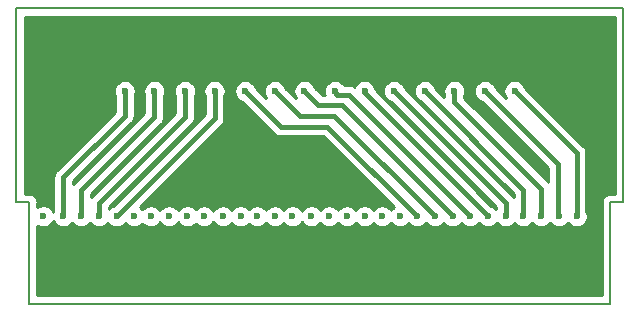
<source format=gbr>
G04 #@! TF.GenerationSoftware,KiCad,Pcbnew,5.1.6-c6e7f7d~86~ubuntu20.04.1*
G04 #@! TF.CreationDate,2020-05-17T16:02:51+03:00*
G04 #@! TF.ProjectId,GB-BRK-M-XS,47422d42-524b-42d4-9d2d-58532e6b6963,v1.0*
G04 #@! TF.SameCoordinates,Original*
G04 #@! TF.FileFunction,Copper,L2,Bot*
G04 #@! TF.FilePolarity,Positive*
%FSLAX46Y46*%
G04 Gerber Fmt 4.6, Leading zero omitted, Abs format (unit mm)*
G04 Created by KiCad (PCBNEW 5.1.6-c6e7f7d~86~ubuntu20.04.1) date 2020-05-17 16:02:51*
%MOMM*%
%LPD*%
G01*
G04 APERTURE LIST*
G04 #@! TA.AperFunction,Profile*
%ADD10C,0.150000*%
G04 #@! TD*
G04 #@! TA.AperFunction,ViaPad*
%ADD11C,0.600000*%
G04 #@! TD*
G04 #@! TA.AperFunction,ViaPad*
%ADD12C,1.000000*%
G04 #@! TD*
G04 #@! TA.AperFunction,Conductor*
%ADD13C,0.400000*%
G04 #@! TD*
G04 #@! TA.AperFunction,Conductor*
%ADD14C,0.254000*%
G04 #@! TD*
G04 APERTURE END LIST*
D10*
X74300000Y-75000000D02*
X125700000Y-75000000D01*
X74300000Y-91400000D02*
X74300000Y-75000000D01*
X75400000Y-91400000D02*
X74300000Y-91400000D01*
X75400000Y-100000000D02*
X75400000Y-91400000D01*
X125700000Y-91400000D02*
X125700000Y-75000000D01*
X124600000Y-91400000D02*
X125700000Y-91400000D01*
X124600000Y-100000000D02*
X124600000Y-91400000D01*
X75400000Y-100000000D02*
X124600000Y-100000000D01*
D11*
X76600000Y-92600000D03*
D12*
X78900000Y-76800000D03*
D11*
X123400000Y-92600000D03*
X86000000Y-82000000D03*
X79800000Y-92600000D03*
X88600000Y-82000000D03*
X81300000Y-92600000D03*
X91100000Y-82000000D03*
X82800000Y-92600000D03*
X114000000Y-82000000D03*
X120250000Y-92600000D03*
X84300000Y-92600000D03*
X83500000Y-82000000D03*
X78300000Y-92600000D03*
X85700000Y-92600000D03*
X87250000Y-92600000D03*
X88800000Y-92600000D03*
X90200000Y-92600000D03*
X93700000Y-82000000D03*
X108250000Y-92600000D03*
X91800000Y-92600000D03*
X96200000Y-82000000D03*
X109750000Y-92600000D03*
X93300000Y-92600000D03*
X98700000Y-82000000D03*
X111250000Y-92600000D03*
X94700000Y-92600000D03*
X101300000Y-82000000D03*
X112750000Y-92600000D03*
X96200000Y-92600000D03*
X103800000Y-82000000D03*
X114250000Y-92600000D03*
X97700000Y-92600000D03*
X106300000Y-82000000D03*
X115750000Y-92600000D03*
X99300000Y-92600000D03*
X108900000Y-82000000D03*
X117250000Y-92600000D03*
X100800000Y-92600000D03*
X111400000Y-82000000D03*
X118750000Y-92600000D03*
X102300000Y-92600000D03*
X103800000Y-92600000D03*
X116500000Y-82000000D03*
X121750000Y-92600000D03*
X105300000Y-92600000D03*
X106800000Y-92600000D03*
D13*
X79800000Y-92600000D02*
X79800000Y-90400000D01*
X79800000Y-90400000D02*
X86000000Y-84200000D01*
X86000000Y-84200000D02*
X86000000Y-82000000D01*
X81300000Y-92600000D02*
X81300000Y-91500000D01*
X81300000Y-91500000D02*
X88600000Y-84200000D01*
X88600000Y-84200000D02*
X88600000Y-82000000D01*
X82800000Y-92600000D02*
X91100000Y-84300000D01*
X91100000Y-84300000D02*
X91100000Y-82000000D01*
X120250000Y-92600000D02*
X120200000Y-92550000D01*
X120200000Y-92550000D02*
X120200000Y-88200000D01*
X120200000Y-88200000D02*
X114000000Y-82000000D01*
X78300000Y-92600000D02*
X78300000Y-89300000D01*
X78300000Y-89300000D02*
X83500000Y-84100000D01*
X83500000Y-84100000D02*
X83500000Y-82000000D01*
X108250000Y-92600000D02*
X100650000Y-85000000D01*
X100650000Y-85000000D02*
X96700000Y-85000000D01*
X96700000Y-85000000D02*
X93700000Y-82000000D01*
X109750000Y-92600000D02*
X101250000Y-84100000D01*
X101250000Y-84100000D02*
X98300000Y-84100000D01*
X98300000Y-84100000D02*
X96200000Y-82000000D01*
X111250000Y-92600000D02*
X101850000Y-83200000D01*
X101850000Y-83200000D02*
X99900000Y-83200000D01*
X99900000Y-83200000D02*
X98700000Y-82000000D01*
X112750000Y-92600000D02*
X102450000Y-82300000D01*
X102450000Y-82300000D02*
X101500000Y-82300000D01*
X101500000Y-82300000D02*
X101300000Y-82100000D01*
X101300000Y-82100000D02*
X101300000Y-82000000D01*
X114250000Y-92600000D02*
X103800000Y-82150000D01*
X103800000Y-82150000D02*
X103800000Y-82000000D01*
X115750000Y-92600000D02*
X115750000Y-91450000D01*
X115750000Y-91450000D02*
X106300000Y-82000000D01*
X117250000Y-92600000D02*
X117250000Y-90350000D01*
X117250000Y-90350000D02*
X108900000Y-82000000D01*
X118750000Y-92600000D02*
X118750000Y-90250000D01*
X118750000Y-90250000D02*
X111400000Y-82900000D01*
X111400000Y-82900000D02*
X111400000Y-82000000D01*
X121750000Y-92600000D02*
X121750000Y-87250000D01*
X121750000Y-87250000D02*
X116500000Y-82000000D01*
D14*
G36*
X124990000Y-90690000D02*
G01*
X124634877Y-90690000D01*
X124600000Y-90686565D01*
X124565123Y-90690000D01*
X124460816Y-90700273D01*
X124326980Y-90740872D01*
X124203637Y-90806800D01*
X124095525Y-90895525D01*
X124006800Y-91003637D01*
X123940872Y-91126980D01*
X123900273Y-91260816D01*
X123886565Y-91400000D01*
X123890001Y-91434887D01*
X123890000Y-99290000D01*
X76110000Y-99290000D01*
X76110000Y-93397108D01*
X76157111Y-93428586D01*
X76327271Y-93499068D01*
X76507911Y-93535000D01*
X76692089Y-93535000D01*
X76872729Y-93499068D01*
X77042889Y-93428586D01*
X77196028Y-93326262D01*
X77326262Y-93196028D01*
X77428586Y-93042889D01*
X77450000Y-92991191D01*
X77471414Y-93042889D01*
X77573738Y-93196028D01*
X77703972Y-93326262D01*
X77857111Y-93428586D01*
X78027271Y-93499068D01*
X78207911Y-93535000D01*
X78392089Y-93535000D01*
X78572729Y-93499068D01*
X78742889Y-93428586D01*
X78896028Y-93326262D01*
X79026262Y-93196028D01*
X79050000Y-93160502D01*
X79073738Y-93196028D01*
X79203972Y-93326262D01*
X79357111Y-93428586D01*
X79527271Y-93499068D01*
X79707911Y-93535000D01*
X79892089Y-93535000D01*
X80072729Y-93499068D01*
X80242889Y-93428586D01*
X80396028Y-93326262D01*
X80526262Y-93196028D01*
X80550000Y-93160502D01*
X80573738Y-93196028D01*
X80703972Y-93326262D01*
X80857111Y-93428586D01*
X81027271Y-93499068D01*
X81207911Y-93535000D01*
X81392089Y-93535000D01*
X81572729Y-93499068D01*
X81742889Y-93428586D01*
X81896028Y-93326262D01*
X82026262Y-93196028D01*
X82050000Y-93160502D01*
X82073738Y-93196028D01*
X82203972Y-93326262D01*
X82357111Y-93428586D01*
X82527271Y-93499068D01*
X82707911Y-93535000D01*
X82892089Y-93535000D01*
X83072729Y-93499068D01*
X83242889Y-93428586D01*
X83396028Y-93326262D01*
X83526262Y-93196028D01*
X83550000Y-93160502D01*
X83573738Y-93196028D01*
X83703972Y-93326262D01*
X83857111Y-93428586D01*
X84027271Y-93499068D01*
X84207911Y-93535000D01*
X84392089Y-93535000D01*
X84572729Y-93499068D01*
X84742889Y-93428586D01*
X84896028Y-93326262D01*
X85000000Y-93222290D01*
X85103972Y-93326262D01*
X85257111Y-93428586D01*
X85427271Y-93499068D01*
X85607911Y-93535000D01*
X85792089Y-93535000D01*
X85972729Y-93499068D01*
X86142889Y-93428586D01*
X86296028Y-93326262D01*
X86426262Y-93196028D01*
X86475000Y-93123086D01*
X86523738Y-93196028D01*
X86653972Y-93326262D01*
X86807111Y-93428586D01*
X86977271Y-93499068D01*
X87157911Y-93535000D01*
X87342089Y-93535000D01*
X87522729Y-93499068D01*
X87692889Y-93428586D01*
X87846028Y-93326262D01*
X87976262Y-93196028D01*
X88025000Y-93123086D01*
X88073738Y-93196028D01*
X88203972Y-93326262D01*
X88357111Y-93428586D01*
X88527271Y-93499068D01*
X88707911Y-93535000D01*
X88892089Y-93535000D01*
X89072729Y-93499068D01*
X89242889Y-93428586D01*
X89396028Y-93326262D01*
X89500000Y-93222290D01*
X89603972Y-93326262D01*
X89757111Y-93428586D01*
X89927271Y-93499068D01*
X90107911Y-93535000D01*
X90292089Y-93535000D01*
X90472729Y-93499068D01*
X90642889Y-93428586D01*
X90796028Y-93326262D01*
X90926262Y-93196028D01*
X91000000Y-93085671D01*
X91073738Y-93196028D01*
X91203972Y-93326262D01*
X91357111Y-93428586D01*
X91527271Y-93499068D01*
X91707911Y-93535000D01*
X91892089Y-93535000D01*
X92072729Y-93499068D01*
X92242889Y-93428586D01*
X92396028Y-93326262D01*
X92526262Y-93196028D01*
X92550000Y-93160502D01*
X92573738Y-93196028D01*
X92703972Y-93326262D01*
X92857111Y-93428586D01*
X93027271Y-93499068D01*
X93207911Y-93535000D01*
X93392089Y-93535000D01*
X93572729Y-93499068D01*
X93742889Y-93428586D01*
X93896028Y-93326262D01*
X94000000Y-93222290D01*
X94103972Y-93326262D01*
X94257111Y-93428586D01*
X94427271Y-93499068D01*
X94607911Y-93535000D01*
X94792089Y-93535000D01*
X94972729Y-93499068D01*
X95142889Y-93428586D01*
X95296028Y-93326262D01*
X95426262Y-93196028D01*
X95450000Y-93160502D01*
X95473738Y-93196028D01*
X95603972Y-93326262D01*
X95757111Y-93428586D01*
X95927271Y-93499068D01*
X96107911Y-93535000D01*
X96292089Y-93535000D01*
X96472729Y-93499068D01*
X96642889Y-93428586D01*
X96796028Y-93326262D01*
X96926262Y-93196028D01*
X96950000Y-93160502D01*
X96973738Y-93196028D01*
X97103972Y-93326262D01*
X97257111Y-93428586D01*
X97427271Y-93499068D01*
X97607911Y-93535000D01*
X97792089Y-93535000D01*
X97972729Y-93499068D01*
X98142889Y-93428586D01*
X98296028Y-93326262D01*
X98426262Y-93196028D01*
X98500000Y-93085671D01*
X98573738Y-93196028D01*
X98703972Y-93326262D01*
X98857111Y-93428586D01*
X99027271Y-93499068D01*
X99207911Y-93535000D01*
X99392089Y-93535000D01*
X99572729Y-93499068D01*
X99742889Y-93428586D01*
X99896028Y-93326262D01*
X100026262Y-93196028D01*
X100050000Y-93160502D01*
X100073738Y-93196028D01*
X100203972Y-93326262D01*
X100357111Y-93428586D01*
X100527271Y-93499068D01*
X100707911Y-93535000D01*
X100892089Y-93535000D01*
X101072729Y-93499068D01*
X101242889Y-93428586D01*
X101396028Y-93326262D01*
X101526262Y-93196028D01*
X101550000Y-93160502D01*
X101573738Y-93196028D01*
X101703972Y-93326262D01*
X101857111Y-93428586D01*
X102027271Y-93499068D01*
X102207911Y-93535000D01*
X102392089Y-93535000D01*
X102572729Y-93499068D01*
X102742889Y-93428586D01*
X102896028Y-93326262D01*
X103026262Y-93196028D01*
X103050000Y-93160502D01*
X103073738Y-93196028D01*
X103203972Y-93326262D01*
X103357111Y-93428586D01*
X103527271Y-93499068D01*
X103707911Y-93535000D01*
X103892089Y-93535000D01*
X104072729Y-93499068D01*
X104242889Y-93428586D01*
X104396028Y-93326262D01*
X104526262Y-93196028D01*
X104550000Y-93160502D01*
X104573738Y-93196028D01*
X104703972Y-93326262D01*
X104857111Y-93428586D01*
X105027271Y-93499068D01*
X105207911Y-93535000D01*
X105392089Y-93535000D01*
X105572729Y-93499068D01*
X105742889Y-93428586D01*
X105896028Y-93326262D01*
X106026262Y-93196028D01*
X106050000Y-93160502D01*
X106073738Y-93196028D01*
X106203972Y-93326262D01*
X106357111Y-93428586D01*
X106527271Y-93499068D01*
X106707911Y-93535000D01*
X106892089Y-93535000D01*
X107072729Y-93499068D01*
X107242889Y-93428586D01*
X107396028Y-93326262D01*
X107525000Y-93197290D01*
X107653972Y-93326262D01*
X107807111Y-93428586D01*
X107977271Y-93499068D01*
X108157911Y-93535000D01*
X108342089Y-93535000D01*
X108522729Y-93499068D01*
X108692889Y-93428586D01*
X108846028Y-93326262D01*
X108976262Y-93196028D01*
X109000000Y-93160502D01*
X109023738Y-93196028D01*
X109153972Y-93326262D01*
X109307111Y-93428586D01*
X109477271Y-93499068D01*
X109657911Y-93535000D01*
X109842089Y-93535000D01*
X110022729Y-93499068D01*
X110192889Y-93428586D01*
X110346028Y-93326262D01*
X110476262Y-93196028D01*
X110500000Y-93160502D01*
X110523738Y-93196028D01*
X110653972Y-93326262D01*
X110807111Y-93428586D01*
X110977271Y-93499068D01*
X111157911Y-93535000D01*
X111342089Y-93535000D01*
X111522729Y-93499068D01*
X111692889Y-93428586D01*
X111846028Y-93326262D01*
X111976262Y-93196028D01*
X112000000Y-93160502D01*
X112023738Y-93196028D01*
X112153972Y-93326262D01*
X112307111Y-93428586D01*
X112477271Y-93499068D01*
X112657911Y-93535000D01*
X112842089Y-93535000D01*
X113022729Y-93499068D01*
X113192889Y-93428586D01*
X113346028Y-93326262D01*
X113476262Y-93196028D01*
X113500000Y-93160502D01*
X113523738Y-93196028D01*
X113653972Y-93326262D01*
X113807111Y-93428586D01*
X113977271Y-93499068D01*
X114157911Y-93535000D01*
X114342089Y-93535000D01*
X114522729Y-93499068D01*
X114692889Y-93428586D01*
X114846028Y-93326262D01*
X114976262Y-93196028D01*
X115000000Y-93160502D01*
X115023738Y-93196028D01*
X115153972Y-93326262D01*
X115307111Y-93428586D01*
X115477271Y-93499068D01*
X115657911Y-93535000D01*
X115842089Y-93535000D01*
X116022729Y-93499068D01*
X116192889Y-93428586D01*
X116346028Y-93326262D01*
X116476262Y-93196028D01*
X116500000Y-93160502D01*
X116523738Y-93196028D01*
X116653972Y-93326262D01*
X116807111Y-93428586D01*
X116977271Y-93499068D01*
X117157911Y-93535000D01*
X117342089Y-93535000D01*
X117522729Y-93499068D01*
X117692889Y-93428586D01*
X117846028Y-93326262D01*
X117976262Y-93196028D01*
X118000000Y-93160502D01*
X118023738Y-93196028D01*
X118153972Y-93326262D01*
X118307111Y-93428586D01*
X118477271Y-93499068D01*
X118657911Y-93535000D01*
X118842089Y-93535000D01*
X119022729Y-93499068D01*
X119192889Y-93428586D01*
X119346028Y-93326262D01*
X119476262Y-93196028D01*
X119500000Y-93160502D01*
X119523738Y-93196028D01*
X119653972Y-93326262D01*
X119807111Y-93428586D01*
X119977271Y-93499068D01*
X120157911Y-93535000D01*
X120342089Y-93535000D01*
X120522729Y-93499068D01*
X120692889Y-93428586D01*
X120846028Y-93326262D01*
X120976262Y-93196028D01*
X121000000Y-93160502D01*
X121023738Y-93196028D01*
X121153972Y-93326262D01*
X121307111Y-93428586D01*
X121477271Y-93499068D01*
X121657911Y-93535000D01*
X121842089Y-93535000D01*
X122022729Y-93499068D01*
X122192889Y-93428586D01*
X122346028Y-93326262D01*
X122476262Y-93196028D01*
X122578586Y-93042889D01*
X122649068Y-92872729D01*
X122685000Y-92692089D01*
X122685000Y-92507911D01*
X122649068Y-92327271D01*
X122585000Y-92172596D01*
X122585000Y-87291018D01*
X122589040Y-87249999D01*
X122572918Y-87086311D01*
X122525172Y-86928913D01*
X122447636Y-86783854D01*
X122343291Y-86656709D01*
X122311427Y-86630559D01*
X117392655Y-81711788D01*
X117328586Y-81557111D01*
X117226262Y-81403972D01*
X117096028Y-81273738D01*
X116942889Y-81171414D01*
X116772729Y-81100932D01*
X116592089Y-81065000D01*
X116407911Y-81065000D01*
X116227271Y-81100932D01*
X116057111Y-81171414D01*
X115903972Y-81273738D01*
X115773738Y-81403972D01*
X115671414Y-81557111D01*
X115600932Y-81727271D01*
X115565000Y-81907911D01*
X115565000Y-82092089D01*
X115600932Y-82272729D01*
X115671414Y-82442889D01*
X115767379Y-82586512D01*
X114892655Y-81711788D01*
X114828586Y-81557111D01*
X114726262Y-81403972D01*
X114596028Y-81273738D01*
X114442889Y-81171414D01*
X114272729Y-81100932D01*
X114092089Y-81065000D01*
X113907911Y-81065000D01*
X113727271Y-81100932D01*
X113557111Y-81171414D01*
X113403972Y-81273738D01*
X113273738Y-81403972D01*
X113171414Y-81557111D01*
X113100932Y-81727271D01*
X113065000Y-81907911D01*
X113065000Y-82092089D01*
X113100932Y-82272729D01*
X113171414Y-82442889D01*
X113273738Y-82596028D01*
X113403972Y-82726262D01*
X113557111Y-82828586D01*
X113711788Y-82892655D01*
X119365001Y-88545869D01*
X119365001Y-89683162D01*
X119343291Y-89656709D01*
X119311432Y-89630563D01*
X112235000Y-82554133D01*
X112235000Y-82427404D01*
X112299068Y-82272729D01*
X112335000Y-82092089D01*
X112335000Y-81907911D01*
X112299068Y-81727271D01*
X112228586Y-81557111D01*
X112126262Y-81403972D01*
X111996028Y-81273738D01*
X111842889Y-81171414D01*
X111672729Y-81100932D01*
X111492089Y-81065000D01*
X111307911Y-81065000D01*
X111127271Y-81100932D01*
X110957111Y-81171414D01*
X110803972Y-81273738D01*
X110673738Y-81403972D01*
X110571414Y-81557111D01*
X110500932Y-81727271D01*
X110465000Y-81907911D01*
X110465000Y-82092089D01*
X110500932Y-82272729D01*
X110565000Y-82427404D01*
X110565000Y-82484133D01*
X109792655Y-81711788D01*
X109728586Y-81557111D01*
X109626262Y-81403972D01*
X109496028Y-81273738D01*
X109342889Y-81171414D01*
X109172729Y-81100932D01*
X108992089Y-81065000D01*
X108807911Y-81065000D01*
X108627271Y-81100932D01*
X108457111Y-81171414D01*
X108303972Y-81273738D01*
X108173738Y-81403972D01*
X108071414Y-81557111D01*
X108000932Y-81727271D01*
X107965000Y-81907911D01*
X107965000Y-82092089D01*
X108000932Y-82272729D01*
X108071414Y-82442889D01*
X108173738Y-82596028D01*
X108303972Y-82726262D01*
X108457111Y-82828586D01*
X108611788Y-82892655D01*
X116415001Y-90695869D01*
X116415001Y-90944088D01*
X116343291Y-90856709D01*
X116311427Y-90830559D01*
X107192655Y-81711788D01*
X107128586Y-81557111D01*
X107026262Y-81403972D01*
X106896028Y-81273738D01*
X106742889Y-81171414D01*
X106572729Y-81100932D01*
X106392089Y-81065000D01*
X106207911Y-81065000D01*
X106027271Y-81100932D01*
X105857111Y-81171414D01*
X105703972Y-81273738D01*
X105573738Y-81403972D01*
X105471414Y-81557111D01*
X105400932Y-81727271D01*
X105365000Y-81907911D01*
X105365000Y-82092089D01*
X105400932Y-82272729D01*
X105471414Y-82442889D01*
X105573738Y-82596028D01*
X105703972Y-82726262D01*
X105857111Y-82828586D01*
X106011788Y-82892655D01*
X114915001Y-91795869D01*
X114915001Y-91942711D01*
X114846028Y-91873738D01*
X114692889Y-91771414D01*
X114538216Y-91707347D01*
X104734062Y-81903195D01*
X104699068Y-81727271D01*
X104628586Y-81557111D01*
X104526262Y-81403972D01*
X104396028Y-81273738D01*
X104242889Y-81171414D01*
X104072729Y-81100932D01*
X103892089Y-81065000D01*
X103707911Y-81065000D01*
X103527271Y-81100932D01*
X103357111Y-81171414D01*
X103203972Y-81273738D01*
X103073738Y-81403972D01*
X102971414Y-81557111D01*
X102943404Y-81624734D01*
X102916146Y-81602364D01*
X102771087Y-81524828D01*
X102613689Y-81477082D01*
X102491019Y-81465000D01*
X102491018Y-81465000D01*
X102450000Y-81460960D01*
X102408982Y-81465000D01*
X102067040Y-81465000D01*
X102026262Y-81403972D01*
X101896028Y-81273738D01*
X101742889Y-81171414D01*
X101572729Y-81100932D01*
X101392089Y-81065000D01*
X101207911Y-81065000D01*
X101027271Y-81100932D01*
X100857111Y-81171414D01*
X100703972Y-81273738D01*
X100573738Y-81403972D01*
X100471414Y-81557111D01*
X100400932Y-81727271D01*
X100365000Y-81907911D01*
X100365000Y-82092089D01*
X100400932Y-82272729D01*
X100439152Y-82365000D01*
X100245868Y-82365000D01*
X99592654Y-81711787D01*
X99528586Y-81557111D01*
X99426262Y-81403972D01*
X99296028Y-81273738D01*
X99142889Y-81171414D01*
X98972729Y-81100932D01*
X98792089Y-81065000D01*
X98607911Y-81065000D01*
X98427271Y-81100932D01*
X98257111Y-81171414D01*
X98103972Y-81273738D01*
X97973738Y-81403972D01*
X97871414Y-81557111D01*
X97800932Y-81727271D01*
X97765000Y-81907911D01*
X97765000Y-82092089D01*
X97800932Y-82272729D01*
X97871414Y-82442889D01*
X97967380Y-82586512D01*
X97092655Y-81711787D01*
X97028586Y-81557111D01*
X96926262Y-81403972D01*
X96796028Y-81273738D01*
X96642889Y-81171414D01*
X96472729Y-81100932D01*
X96292089Y-81065000D01*
X96107911Y-81065000D01*
X95927271Y-81100932D01*
X95757111Y-81171414D01*
X95603972Y-81273738D01*
X95473738Y-81403972D01*
X95371414Y-81557111D01*
X95300932Y-81727271D01*
X95265000Y-81907911D01*
X95265000Y-82092089D01*
X95300932Y-82272729D01*
X95371414Y-82442889D01*
X95467379Y-82586512D01*
X94592654Y-81711787D01*
X94528586Y-81557111D01*
X94426262Y-81403972D01*
X94296028Y-81273738D01*
X94142889Y-81171414D01*
X93972729Y-81100932D01*
X93792089Y-81065000D01*
X93607911Y-81065000D01*
X93427271Y-81100932D01*
X93257111Y-81171414D01*
X93103972Y-81273738D01*
X92973738Y-81403972D01*
X92871414Y-81557111D01*
X92800932Y-81727271D01*
X92765000Y-81907911D01*
X92765000Y-82092089D01*
X92800932Y-82272729D01*
X92871414Y-82442889D01*
X92973738Y-82596028D01*
X93103972Y-82726262D01*
X93257111Y-82828586D01*
X93411787Y-82892654D01*
X96080563Y-85561432D01*
X96106709Y-85593291D01*
X96233854Y-85697636D01*
X96378913Y-85775172D01*
X96536311Y-85822918D01*
X96658981Y-85835000D01*
X96658982Y-85835000D01*
X96700000Y-85839040D01*
X96741018Y-85835000D01*
X100304133Y-85835000D01*
X106287235Y-91818103D01*
X106203972Y-91873738D01*
X106073738Y-92003972D01*
X106050000Y-92039498D01*
X106026262Y-92003972D01*
X105896028Y-91873738D01*
X105742889Y-91771414D01*
X105572729Y-91700932D01*
X105392089Y-91665000D01*
X105207911Y-91665000D01*
X105027271Y-91700932D01*
X104857111Y-91771414D01*
X104703972Y-91873738D01*
X104573738Y-92003972D01*
X104550000Y-92039498D01*
X104526262Y-92003972D01*
X104396028Y-91873738D01*
X104242889Y-91771414D01*
X104072729Y-91700932D01*
X103892089Y-91665000D01*
X103707911Y-91665000D01*
X103527271Y-91700932D01*
X103357111Y-91771414D01*
X103203972Y-91873738D01*
X103073738Y-92003972D01*
X103050000Y-92039498D01*
X103026262Y-92003972D01*
X102896028Y-91873738D01*
X102742889Y-91771414D01*
X102572729Y-91700932D01*
X102392089Y-91665000D01*
X102207911Y-91665000D01*
X102027271Y-91700932D01*
X101857111Y-91771414D01*
X101703972Y-91873738D01*
X101573738Y-92003972D01*
X101550000Y-92039498D01*
X101526262Y-92003972D01*
X101396028Y-91873738D01*
X101242889Y-91771414D01*
X101072729Y-91700932D01*
X100892089Y-91665000D01*
X100707911Y-91665000D01*
X100527271Y-91700932D01*
X100357111Y-91771414D01*
X100203972Y-91873738D01*
X100073738Y-92003972D01*
X100050000Y-92039498D01*
X100026262Y-92003972D01*
X99896028Y-91873738D01*
X99742889Y-91771414D01*
X99572729Y-91700932D01*
X99392089Y-91665000D01*
X99207911Y-91665000D01*
X99027271Y-91700932D01*
X98857111Y-91771414D01*
X98703972Y-91873738D01*
X98573738Y-92003972D01*
X98500000Y-92114329D01*
X98426262Y-92003972D01*
X98296028Y-91873738D01*
X98142889Y-91771414D01*
X97972729Y-91700932D01*
X97792089Y-91665000D01*
X97607911Y-91665000D01*
X97427271Y-91700932D01*
X97257111Y-91771414D01*
X97103972Y-91873738D01*
X96973738Y-92003972D01*
X96950000Y-92039498D01*
X96926262Y-92003972D01*
X96796028Y-91873738D01*
X96642889Y-91771414D01*
X96472729Y-91700932D01*
X96292089Y-91665000D01*
X96107911Y-91665000D01*
X95927271Y-91700932D01*
X95757111Y-91771414D01*
X95603972Y-91873738D01*
X95473738Y-92003972D01*
X95450000Y-92039498D01*
X95426262Y-92003972D01*
X95296028Y-91873738D01*
X95142889Y-91771414D01*
X94972729Y-91700932D01*
X94792089Y-91665000D01*
X94607911Y-91665000D01*
X94427271Y-91700932D01*
X94257111Y-91771414D01*
X94103972Y-91873738D01*
X94000000Y-91977710D01*
X93896028Y-91873738D01*
X93742889Y-91771414D01*
X93572729Y-91700932D01*
X93392089Y-91665000D01*
X93207911Y-91665000D01*
X93027271Y-91700932D01*
X92857111Y-91771414D01*
X92703972Y-91873738D01*
X92573738Y-92003972D01*
X92550000Y-92039498D01*
X92526262Y-92003972D01*
X92396028Y-91873738D01*
X92242889Y-91771414D01*
X92072729Y-91700932D01*
X91892089Y-91665000D01*
X91707911Y-91665000D01*
X91527271Y-91700932D01*
X91357111Y-91771414D01*
X91203972Y-91873738D01*
X91073738Y-92003972D01*
X91000000Y-92114329D01*
X90926262Y-92003972D01*
X90796028Y-91873738D01*
X90642889Y-91771414D01*
X90472729Y-91700932D01*
X90292089Y-91665000D01*
X90107911Y-91665000D01*
X89927271Y-91700932D01*
X89757111Y-91771414D01*
X89603972Y-91873738D01*
X89500000Y-91977710D01*
X89396028Y-91873738D01*
X89242889Y-91771414D01*
X89072729Y-91700932D01*
X88892089Y-91665000D01*
X88707911Y-91665000D01*
X88527271Y-91700932D01*
X88357111Y-91771414D01*
X88203972Y-91873738D01*
X88073738Y-92003972D01*
X88025000Y-92076914D01*
X87976262Y-92003972D01*
X87846028Y-91873738D01*
X87692889Y-91771414D01*
X87522729Y-91700932D01*
X87342089Y-91665000D01*
X87157911Y-91665000D01*
X86977271Y-91700932D01*
X86807111Y-91771414D01*
X86653972Y-91873738D01*
X86523738Y-92003972D01*
X86475000Y-92076914D01*
X86426262Y-92003972D01*
X86296028Y-91873738D01*
X86142889Y-91771414D01*
X85972729Y-91700932D01*
X85792089Y-91665000D01*
X85607911Y-91665000D01*
X85427271Y-91700932D01*
X85257111Y-91771414D01*
X85103972Y-91873738D01*
X85000000Y-91977710D01*
X84896028Y-91873738D01*
X84782791Y-91798076D01*
X91661433Y-84919436D01*
X91693291Y-84893291D01*
X91797636Y-84766146D01*
X91875172Y-84621087D01*
X91922918Y-84463689D01*
X91935000Y-84341019D01*
X91935000Y-84341018D01*
X91939040Y-84300000D01*
X91935000Y-84258982D01*
X91935000Y-82427404D01*
X91999068Y-82272729D01*
X92035000Y-82092089D01*
X92035000Y-81907911D01*
X91999068Y-81727271D01*
X91928586Y-81557111D01*
X91826262Y-81403972D01*
X91696028Y-81273738D01*
X91542889Y-81171414D01*
X91372729Y-81100932D01*
X91192089Y-81065000D01*
X91007911Y-81065000D01*
X90827271Y-81100932D01*
X90657111Y-81171414D01*
X90503972Y-81273738D01*
X90373738Y-81403972D01*
X90271414Y-81557111D01*
X90200932Y-81727271D01*
X90165000Y-81907911D01*
X90165000Y-82092089D01*
X90200932Y-82272729D01*
X90265001Y-82427406D01*
X90265000Y-83954131D01*
X82511787Y-91707345D01*
X82357111Y-91771414D01*
X82203972Y-91873738D01*
X82135000Y-91942710D01*
X82135000Y-91845867D01*
X89161428Y-84819440D01*
X89193291Y-84793291D01*
X89297636Y-84666146D01*
X89375172Y-84521087D01*
X89422918Y-84363689D01*
X89435000Y-84241019D01*
X89435000Y-84241018D01*
X89439040Y-84200001D01*
X89435000Y-84158982D01*
X89435000Y-82427404D01*
X89499068Y-82272729D01*
X89535000Y-82092089D01*
X89535000Y-81907911D01*
X89499068Y-81727271D01*
X89428586Y-81557111D01*
X89326262Y-81403972D01*
X89196028Y-81273738D01*
X89042889Y-81171414D01*
X88872729Y-81100932D01*
X88692089Y-81065000D01*
X88507911Y-81065000D01*
X88327271Y-81100932D01*
X88157111Y-81171414D01*
X88003972Y-81273738D01*
X87873738Y-81403972D01*
X87771414Y-81557111D01*
X87700932Y-81727271D01*
X87665000Y-81907911D01*
X87665000Y-82092089D01*
X87700932Y-82272729D01*
X87765001Y-82427406D01*
X87765000Y-83854132D01*
X80738574Y-90880559D01*
X80706710Y-90906709D01*
X80655230Y-90969438D01*
X80635000Y-90994088D01*
X80635000Y-90745867D01*
X86561428Y-84819440D01*
X86593291Y-84793291D01*
X86697636Y-84666146D01*
X86775172Y-84521087D01*
X86822918Y-84363689D01*
X86835000Y-84241019D01*
X86835000Y-84241018D01*
X86839040Y-84200001D01*
X86835000Y-84158982D01*
X86835000Y-82427404D01*
X86899068Y-82272729D01*
X86935000Y-82092089D01*
X86935000Y-81907911D01*
X86899068Y-81727271D01*
X86828586Y-81557111D01*
X86726262Y-81403972D01*
X86596028Y-81273738D01*
X86442889Y-81171414D01*
X86272729Y-81100932D01*
X86092089Y-81065000D01*
X85907911Y-81065000D01*
X85727271Y-81100932D01*
X85557111Y-81171414D01*
X85403972Y-81273738D01*
X85273738Y-81403972D01*
X85171414Y-81557111D01*
X85100932Y-81727271D01*
X85065000Y-81907911D01*
X85065000Y-82092089D01*
X85100932Y-82272729D01*
X85165001Y-82427406D01*
X85165000Y-83854132D01*
X79238574Y-89780559D01*
X79206710Y-89806709D01*
X79180562Y-89838571D01*
X79135000Y-89894088D01*
X79135000Y-89645867D01*
X84061433Y-84719436D01*
X84093291Y-84693291D01*
X84119440Y-84661429D01*
X84152548Y-84621086D01*
X84197636Y-84566146D01*
X84275172Y-84421087D01*
X84322918Y-84263689D01*
X84335000Y-84141019D01*
X84335000Y-84141018D01*
X84339040Y-84100000D01*
X84335000Y-84058982D01*
X84335000Y-82427404D01*
X84399068Y-82272729D01*
X84435000Y-82092089D01*
X84435000Y-81907911D01*
X84399068Y-81727271D01*
X84328586Y-81557111D01*
X84226262Y-81403972D01*
X84096028Y-81273738D01*
X83942889Y-81171414D01*
X83772729Y-81100932D01*
X83592089Y-81065000D01*
X83407911Y-81065000D01*
X83227271Y-81100932D01*
X83057111Y-81171414D01*
X82903972Y-81273738D01*
X82773738Y-81403972D01*
X82671414Y-81557111D01*
X82600932Y-81727271D01*
X82565000Y-81907911D01*
X82565000Y-82092089D01*
X82600932Y-82272729D01*
X82665001Y-82427406D01*
X82665000Y-83754131D01*
X77738574Y-88680559D01*
X77706710Y-88706709D01*
X77680562Y-88738571D01*
X77602364Y-88833855D01*
X77524828Y-88978914D01*
X77477082Y-89136312D01*
X77460960Y-89300000D01*
X77465001Y-89341028D01*
X77465000Y-92172596D01*
X77450000Y-92208809D01*
X77428586Y-92157111D01*
X77326262Y-92003972D01*
X77196028Y-91873738D01*
X77042889Y-91771414D01*
X76872729Y-91700932D01*
X76692089Y-91665000D01*
X76507911Y-91665000D01*
X76327271Y-91700932D01*
X76157111Y-91771414D01*
X76110000Y-91802892D01*
X76110000Y-91434876D01*
X76113435Y-91400000D01*
X76099727Y-91260816D01*
X76059128Y-91126980D01*
X75993200Y-91003637D01*
X75904475Y-90895525D01*
X75796363Y-90806800D01*
X75673020Y-90740872D01*
X75539184Y-90700273D01*
X75434877Y-90690000D01*
X75400000Y-90686565D01*
X75365123Y-90690000D01*
X75010000Y-90690000D01*
X75010000Y-75710000D01*
X124990001Y-75710000D01*
X124990000Y-90690000D01*
G37*
X124990000Y-90690000D02*
X124634877Y-90690000D01*
X124600000Y-90686565D01*
X124565123Y-90690000D01*
X124460816Y-90700273D01*
X124326980Y-90740872D01*
X124203637Y-90806800D01*
X124095525Y-90895525D01*
X124006800Y-91003637D01*
X123940872Y-91126980D01*
X123900273Y-91260816D01*
X123886565Y-91400000D01*
X123890001Y-91434887D01*
X123890000Y-99290000D01*
X76110000Y-99290000D01*
X76110000Y-93397108D01*
X76157111Y-93428586D01*
X76327271Y-93499068D01*
X76507911Y-93535000D01*
X76692089Y-93535000D01*
X76872729Y-93499068D01*
X77042889Y-93428586D01*
X77196028Y-93326262D01*
X77326262Y-93196028D01*
X77428586Y-93042889D01*
X77450000Y-92991191D01*
X77471414Y-93042889D01*
X77573738Y-93196028D01*
X77703972Y-93326262D01*
X77857111Y-93428586D01*
X78027271Y-93499068D01*
X78207911Y-93535000D01*
X78392089Y-93535000D01*
X78572729Y-93499068D01*
X78742889Y-93428586D01*
X78896028Y-93326262D01*
X79026262Y-93196028D01*
X79050000Y-93160502D01*
X79073738Y-93196028D01*
X79203972Y-93326262D01*
X79357111Y-93428586D01*
X79527271Y-93499068D01*
X79707911Y-93535000D01*
X79892089Y-93535000D01*
X80072729Y-93499068D01*
X80242889Y-93428586D01*
X80396028Y-93326262D01*
X80526262Y-93196028D01*
X80550000Y-93160502D01*
X80573738Y-93196028D01*
X80703972Y-93326262D01*
X80857111Y-93428586D01*
X81027271Y-93499068D01*
X81207911Y-93535000D01*
X81392089Y-93535000D01*
X81572729Y-93499068D01*
X81742889Y-93428586D01*
X81896028Y-93326262D01*
X82026262Y-93196028D01*
X82050000Y-93160502D01*
X82073738Y-93196028D01*
X82203972Y-93326262D01*
X82357111Y-93428586D01*
X82527271Y-93499068D01*
X82707911Y-93535000D01*
X82892089Y-93535000D01*
X83072729Y-93499068D01*
X83242889Y-93428586D01*
X83396028Y-93326262D01*
X83526262Y-93196028D01*
X83550000Y-93160502D01*
X83573738Y-93196028D01*
X83703972Y-93326262D01*
X83857111Y-93428586D01*
X84027271Y-93499068D01*
X84207911Y-93535000D01*
X84392089Y-93535000D01*
X84572729Y-93499068D01*
X84742889Y-93428586D01*
X84896028Y-93326262D01*
X85000000Y-93222290D01*
X85103972Y-93326262D01*
X85257111Y-93428586D01*
X85427271Y-93499068D01*
X85607911Y-93535000D01*
X85792089Y-93535000D01*
X85972729Y-93499068D01*
X86142889Y-93428586D01*
X86296028Y-93326262D01*
X86426262Y-93196028D01*
X86475000Y-93123086D01*
X86523738Y-93196028D01*
X86653972Y-93326262D01*
X86807111Y-93428586D01*
X86977271Y-93499068D01*
X87157911Y-93535000D01*
X87342089Y-93535000D01*
X87522729Y-93499068D01*
X87692889Y-93428586D01*
X87846028Y-93326262D01*
X87976262Y-93196028D01*
X88025000Y-93123086D01*
X88073738Y-93196028D01*
X88203972Y-93326262D01*
X88357111Y-93428586D01*
X88527271Y-93499068D01*
X88707911Y-93535000D01*
X88892089Y-93535000D01*
X89072729Y-93499068D01*
X89242889Y-93428586D01*
X89396028Y-93326262D01*
X89500000Y-93222290D01*
X89603972Y-93326262D01*
X89757111Y-93428586D01*
X89927271Y-93499068D01*
X90107911Y-93535000D01*
X90292089Y-93535000D01*
X90472729Y-93499068D01*
X90642889Y-93428586D01*
X90796028Y-93326262D01*
X90926262Y-93196028D01*
X91000000Y-93085671D01*
X91073738Y-93196028D01*
X91203972Y-93326262D01*
X91357111Y-93428586D01*
X91527271Y-93499068D01*
X91707911Y-93535000D01*
X91892089Y-93535000D01*
X92072729Y-93499068D01*
X92242889Y-93428586D01*
X92396028Y-93326262D01*
X92526262Y-93196028D01*
X92550000Y-93160502D01*
X92573738Y-93196028D01*
X92703972Y-93326262D01*
X92857111Y-93428586D01*
X93027271Y-93499068D01*
X93207911Y-93535000D01*
X93392089Y-93535000D01*
X93572729Y-93499068D01*
X93742889Y-93428586D01*
X93896028Y-93326262D01*
X94000000Y-93222290D01*
X94103972Y-93326262D01*
X94257111Y-93428586D01*
X94427271Y-93499068D01*
X94607911Y-93535000D01*
X94792089Y-93535000D01*
X94972729Y-93499068D01*
X95142889Y-93428586D01*
X95296028Y-93326262D01*
X95426262Y-93196028D01*
X95450000Y-93160502D01*
X95473738Y-93196028D01*
X95603972Y-93326262D01*
X95757111Y-93428586D01*
X95927271Y-93499068D01*
X96107911Y-93535000D01*
X96292089Y-93535000D01*
X96472729Y-93499068D01*
X96642889Y-93428586D01*
X96796028Y-93326262D01*
X96926262Y-93196028D01*
X96950000Y-93160502D01*
X96973738Y-93196028D01*
X97103972Y-93326262D01*
X97257111Y-93428586D01*
X97427271Y-93499068D01*
X97607911Y-93535000D01*
X97792089Y-93535000D01*
X97972729Y-93499068D01*
X98142889Y-93428586D01*
X98296028Y-93326262D01*
X98426262Y-93196028D01*
X98500000Y-93085671D01*
X98573738Y-93196028D01*
X98703972Y-93326262D01*
X98857111Y-93428586D01*
X99027271Y-93499068D01*
X99207911Y-93535000D01*
X99392089Y-93535000D01*
X99572729Y-93499068D01*
X99742889Y-93428586D01*
X99896028Y-93326262D01*
X100026262Y-93196028D01*
X100050000Y-93160502D01*
X100073738Y-93196028D01*
X100203972Y-93326262D01*
X100357111Y-93428586D01*
X100527271Y-93499068D01*
X100707911Y-93535000D01*
X100892089Y-93535000D01*
X101072729Y-93499068D01*
X101242889Y-93428586D01*
X101396028Y-93326262D01*
X101526262Y-93196028D01*
X101550000Y-93160502D01*
X101573738Y-93196028D01*
X101703972Y-93326262D01*
X101857111Y-93428586D01*
X102027271Y-93499068D01*
X102207911Y-93535000D01*
X102392089Y-93535000D01*
X102572729Y-93499068D01*
X102742889Y-93428586D01*
X102896028Y-93326262D01*
X103026262Y-93196028D01*
X103050000Y-93160502D01*
X103073738Y-93196028D01*
X103203972Y-93326262D01*
X103357111Y-93428586D01*
X103527271Y-93499068D01*
X103707911Y-93535000D01*
X103892089Y-93535000D01*
X104072729Y-93499068D01*
X104242889Y-93428586D01*
X104396028Y-93326262D01*
X104526262Y-93196028D01*
X104550000Y-93160502D01*
X104573738Y-93196028D01*
X104703972Y-93326262D01*
X104857111Y-93428586D01*
X105027271Y-93499068D01*
X105207911Y-93535000D01*
X105392089Y-93535000D01*
X105572729Y-93499068D01*
X105742889Y-93428586D01*
X105896028Y-93326262D01*
X106026262Y-93196028D01*
X106050000Y-93160502D01*
X106073738Y-93196028D01*
X106203972Y-93326262D01*
X106357111Y-93428586D01*
X106527271Y-93499068D01*
X106707911Y-93535000D01*
X106892089Y-93535000D01*
X107072729Y-93499068D01*
X107242889Y-93428586D01*
X107396028Y-93326262D01*
X107525000Y-93197290D01*
X107653972Y-93326262D01*
X107807111Y-93428586D01*
X107977271Y-93499068D01*
X108157911Y-93535000D01*
X108342089Y-93535000D01*
X108522729Y-93499068D01*
X108692889Y-93428586D01*
X108846028Y-93326262D01*
X108976262Y-93196028D01*
X109000000Y-93160502D01*
X109023738Y-93196028D01*
X109153972Y-93326262D01*
X109307111Y-93428586D01*
X109477271Y-93499068D01*
X109657911Y-93535000D01*
X109842089Y-93535000D01*
X110022729Y-93499068D01*
X110192889Y-93428586D01*
X110346028Y-93326262D01*
X110476262Y-93196028D01*
X110500000Y-93160502D01*
X110523738Y-93196028D01*
X110653972Y-93326262D01*
X110807111Y-93428586D01*
X110977271Y-93499068D01*
X111157911Y-93535000D01*
X111342089Y-93535000D01*
X111522729Y-93499068D01*
X111692889Y-93428586D01*
X111846028Y-93326262D01*
X111976262Y-93196028D01*
X112000000Y-93160502D01*
X112023738Y-93196028D01*
X112153972Y-93326262D01*
X112307111Y-93428586D01*
X112477271Y-93499068D01*
X112657911Y-93535000D01*
X112842089Y-93535000D01*
X113022729Y-93499068D01*
X113192889Y-93428586D01*
X113346028Y-93326262D01*
X113476262Y-93196028D01*
X113500000Y-93160502D01*
X113523738Y-93196028D01*
X113653972Y-93326262D01*
X113807111Y-93428586D01*
X113977271Y-93499068D01*
X114157911Y-93535000D01*
X114342089Y-93535000D01*
X114522729Y-93499068D01*
X114692889Y-93428586D01*
X114846028Y-93326262D01*
X114976262Y-93196028D01*
X115000000Y-93160502D01*
X115023738Y-93196028D01*
X115153972Y-93326262D01*
X115307111Y-93428586D01*
X115477271Y-93499068D01*
X115657911Y-93535000D01*
X115842089Y-93535000D01*
X116022729Y-93499068D01*
X116192889Y-93428586D01*
X116346028Y-93326262D01*
X116476262Y-93196028D01*
X116500000Y-93160502D01*
X116523738Y-93196028D01*
X116653972Y-93326262D01*
X116807111Y-93428586D01*
X116977271Y-93499068D01*
X117157911Y-93535000D01*
X117342089Y-93535000D01*
X117522729Y-93499068D01*
X117692889Y-93428586D01*
X117846028Y-93326262D01*
X117976262Y-93196028D01*
X118000000Y-93160502D01*
X118023738Y-93196028D01*
X118153972Y-93326262D01*
X118307111Y-93428586D01*
X118477271Y-93499068D01*
X118657911Y-93535000D01*
X118842089Y-93535000D01*
X119022729Y-93499068D01*
X119192889Y-93428586D01*
X119346028Y-93326262D01*
X119476262Y-93196028D01*
X119500000Y-93160502D01*
X119523738Y-93196028D01*
X119653972Y-93326262D01*
X119807111Y-93428586D01*
X119977271Y-93499068D01*
X120157911Y-93535000D01*
X120342089Y-93535000D01*
X120522729Y-93499068D01*
X120692889Y-93428586D01*
X120846028Y-93326262D01*
X120976262Y-93196028D01*
X121000000Y-93160502D01*
X121023738Y-93196028D01*
X121153972Y-93326262D01*
X121307111Y-93428586D01*
X121477271Y-93499068D01*
X121657911Y-93535000D01*
X121842089Y-93535000D01*
X122022729Y-93499068D01*
X122192889Y-93428586D01*
X122346028Y-93326262D01*
X122476262Y-93196028D01*
X122578586Y-93042889D01*
X122649068Y-92872729D01*
X122685000Y-92692089D01*
X122685000Y-92507911D01*
X122649068Y-92327271D01*
X122585000Y-92172596D01*
X122585000Y-87291018D01*
X122589040Y-87249999D01*
X122572918Y-87086311D01*
X122525172Y-86928913D01*
X122447636Y-86783854D01*
X122343291Y-86656709D01*
X122311427Y-86630559D01*
X117392655Y-81711788D01*
X117328586Y-81557111D01*
X117226262Y-81403972D01*
X117096028Y-81273738D01*
X116942889Y-81171414D01*
X116772729Y-81100932D01*
X116592089Y-81065000D01*
X116407911Y-81065000D01*
X116227271Y-81100932D01*
X116057111Y-81171414D01*
X115903972Y-81273738D01*
X115773738Y-81403972D01*
X115671414Y-81557111D01*
X115600932Y-81727271D01*
X115565000Y-81907911D01*
X115565000Y-82092089D01*
X115600932Y-82272729D01*
X115671414Y-82442889D01*
X115767379Y-82586512D01*
X114892655Y-81711788D01*
X114828586Y-81557111D01*
X114726262Y-81403972D01*
X114596028Y-81273738D01*
X114442889Y-81171414D01*
X114272729Y-81100932D01*
X114092089Y-81065000D01*
X113907911Y-81065000D01*
X113727271Y-81100932D01*
X113557111Y-81171414D01*
X113403972Y-81273738D01*
X113273738Y-81403972D01*
X113171414Y-81557111D01*
X113100932Y-81727271D01*
X113065000Y-81907911D01*
X113065000Y-82092089D01*
X113100932Y-82272729D01*
X113171414Y-82442889D01*
X113273738Y-82596028D01*
X113403972Y-82726262D01*
X113557111Y-82828586D01*
X113711788Y-82892655D01*
X119365001Y-88545869D01*
X119365001Y-89683162D01*
X119343291Y-89656709D01*
X119311432Y-89630563D01*
X112235000Y-82554133D01*
X112235000Y-82427404D01*
X112299068Y-82272729D01*
X112335000Y-82092089D01*
X112335000Y-81907911D01*
X112299068Y-81727271D01*
X112228586Y-81557111D01*
X112126262Y-81403972D01*
X111996028Y-81273738D01*
X111842889Y-81171414D01*
X111672729Y-81100932D01*
X111492089Y-81065000D01*
X111307911Y-81065000D01*
X111127271Y-81100932D01*
X110957111Y-81171414D01*
X110803972Y-81273738D01*
X110673738Y-81403972D01*
X110571414Y-81557111D01*
X110500932Y-81727271D01*
X110465000Y-81907911D01*
X110465000Y-82092089D01*
X110500932Y-82272729D01*
X110565000Y-82427404D01*
X110565000Y-82484133D01*
X109792655Y-81711788D01*
X109728586Y-81557111D01*
X109626262Y-81403972D01*
X109496028Y-81273738D01*
X109342889Y-81171414D01*
X109172729Y-81100932D01*
X108992089Y-81065000D01*
X108807911Y-81065000D01*
X108627271Y-81100932D01*
X108457111Y-81171414D01*
X108303972Y-81273738D01*
X108173738Y-81403972D01*
X108071414Y-81557111D01*
X108000932Y-81727271D01*
X107965000Y-81907911D01*
X107965000Y-82092089D01*
X108000932Y-82272729D01*
X108071414Y-82442889D01*
X108173738Y-82596028D01*
X108303972Y-82726262D01*
X108457111Y-82828586D01*
X108611788Y-82892655D01*
X116415001Y-90695869D01*
X116415001Y-90944088D01*
X116343291Y-90856709D01*
X116311427Y-90830559D01*
X107192655Y-81711788D01*
X107128586Y-81557111D01*
X107026262Y-81403972D01*
X106896028Y-81273738D01*
X106742889Y-81171414D01*
X106572729Y-81100932D01*
X106392089Y-81065000D01*
X106207911Y-81065000D01*
X106027271Y-81100932D01*
X105857111Y-81171414D01*
X105703972Y-81273738D01*
X105573738Y-81403972D01*
X105471414Y-81557111D01*
X105400932Y-81727271D01*
X105365000Y-81907911D01*
X105365000Y-82092089D01*
X105400932Y-82272729D01*
X105471414Y-82442889D01*
X105573738Y-82596028D01*
X105703972Y-82726262D01*
X105857111Y-82828586D01*
X106011788Y-82892655D01*
X114915001Y-91795869D01*
X114915001Y-91942711D01*
X114846028Y-91873738D01*
X114692889Y-91771414D01*
X114538216Y-91707347D01*
X104734062Y-81903195D01*
X104699068Y-81727271D01*
X104628586Y-81557111D01*
X104526262Y-81403972D01*
X104396028Y-81273738D01*
X104242889Y-81171414D01*
X104072729Y-81100932D01*
X103892089Y-81065000D01*
X103707911Y-81065000D01*
X103527271Y-81100932D01*
X103357111Y-81171414D01*
X103203972Y-81273738D01*
X103073738Y-81403972D01*
X102971414Y-81557111D01*
X102943404Y-81624734D01*
X102916146Y-81602364D01*
X102771087Y-81524828D01*
X102613689Y-81477082D01*
X102491019Y-81465000D01*
X102491018Y-81465000D01*
X102450000Y-81460960D01*
X102408982Y-81465000D01*
X102067040Y-81465000D01*
X102026262Y-81403972D01*
X101896028Y-81273738D01*
X101742889Y-81171414D01*
X101572729Y-81100932D01*
X101392089Y-81065000D01*
X101207911Y-81065000D01*
X101027271Y-81100932D01*
X100857111Y-81171414D01*
X100703972Y-81273738D01*
X100573738Y-81403972D01*
X100471414Y-81557111D01*
X100400932Y-81727271D01*
X100365000Y-81907911D01*
X100365000Y-82092089D01*
X100400932Y-82272729D01*
X100439152Y-82365000D01*
X100245868Y-82365000D01*
X99592654Y-81711787D01*
X99528586Y-81557111D01*
X99426262Y-81403972D01*
X99296028Y-81273738D01*
X99142889Y-81171414D01*
X98972729Y-81100932D01*
X98792089Y-81065000D01*
X98607911Y-81065000D01*
X98427271Y-81100932D01*
X98257111Y-81171414D01*
X98103972Y-81273738D01*
X97973738Y-81403972D01*
X97871414Y-81557111D01*
X97800932Y-81727271D01*
X97765000Y-81907911D01*
X97765000Y-82092089D01*
X97800932Y-82272729D01*
X97871414Y-82442889D01*
X97967380Y-82586512D01*
X97092655Y-81711787D01*
X97028586Y-81557111D01*
X96926262Y-81403972D01*
X96796028Y-81273738D01*
X96642889Y-81171414D01*
X96472729Y-81100932D01*
X96292089Y-81065000D01*
X96107911Y-81065000D01*
X95927271Y-81100932D01*
X95757111Y-81171414D01*
X95603972Y-81273738D01*
X95473738Y-81403972D01*
X95371414Y-81557111D01*
X95300932Y-81727271D01*
X95265000Y-81907911D01*
X95265000Y-82092089D01*
X95300932Y-82272729D01*
X95371414Y-82442889D01*
X95467379Y-82586512D01*
X94592654Y-81711787D01*
X94528586Y-81557111D01*
X94426262Y-81403972D01*
X94296028Y-81273738D01*
X94142889Y-81171414D01*
X93972729Y-81100932D01*
X93792089Y-81065000D01*
X93607911Y-81065000D01*
X93427271Y-81100932D01*
X93257111Y-81171414D01*
X93103972Y-81273738D01*
X92973738Y-81403972D01*
X92871414Y-81557111D01*
X92800932Y-81727271D01*
X92765000Y-81907911D01*
X92765000Y-82092089D01*
X92800932Y-82272729D01*
X92871414Y-82442889D01*
X92973738Y-82596028D01*
X93103972Y-82726262D01*
X93257111Y-82828586D01*
X93411787Y-82892654D01*
X96080563Y-85561432D01*
X96106709Y-85593291D01*
X96233854Y-85697636D01*
X96378913Y-85775172D01*
X96536311Y-85822918D01*
X96658981Y-85835000D01*
X96658982Y-85835000D01*
X96700000Y-85839040D01*
X96741018Y-85835000D01*
X100304133Y-85835000D01*
X106287235Y-91818103D01*
X106203972Y-91873738D01*
X106073738Y-92003972D01*
X106050000Y-92039498D01*
X106026262Y-92003972D01*
X105896028Y-91873738D01*
X105742889Y-91771414D01*
X105572729Y-91700932D01*
X105392089Y-91665000D01*
X105207911Y-91665000D01*
X105027271Y-91700932D01*
X104857111Y-91771414D01*
X104703972Y-91873738D01*
X104573738Y-92003972D01*
X104550000Y-92039498D01*
X104526262Y-92003972D01*
X104396028Y-91873738D01*
X104242889Y-91771414D01*
X104072729Y-91700932D01*
X103892089Y-91665000D01*
X103707911Y-91665000D01*
X103527271Y-91700932D01*
X103357111Y-91771414D01*
X103203972Y-91873738D01*
X103073738Y-92003972D01*
X103050000Y-92039498D01*
X103026262Y-92003972D01*
X102896028Y-91873738D01*
X102742889Y-91771414D01*
X102572729Y-91700932D01*
X102392089Y-91665000D01*
X102207911Y-91665000D01*
X102027271Y-91700932D01*
X101857111Y-91771414D01*
X101703972Y-91873738D01*
X101573738Y-92003972D01*
X101550000Y-92039498D01*
X101526262Y-92003972D01*
X101396028Y-91873738D01*
X101242889Y-91771414D01*
X101072729Y-91700932D01*
X100892089Y-91665000D01*
X100707911Y-91665000D01*
X100527271Y-91700932D01*
X100357111Y-91771414D01*
X100203972Y-91873738D01*
X100073738Y-92003972D01*
X100050000Y-92039498D01*
X100026262Y-92003972D01*
X99896028Y-91873738D01*
X99742889Y-91771414D01*
X99572729Y-91700932D01*
X99392089Y-91665000D01*
X99207911Y-91665000D01*
X99027271Y-91700932D01*
X98857111Y-91771414D01*
X98703972Y-91873738D01*
X98573738Y-92003972D01*
X98500000Y-92114329D01*
X98426262Y-92003972D01*
X98296028Y-91873738D01*
X98142889Y-91771414D01*
X97972729Y-91700932D01*
X97792089Y-91665000D01*
X97607911Y-91665000D01*
X97427271Y-91700932D01*
X97257111Y-91771414D01*
X97103972Y-91873738D01*
X96973738Y-92003972D01*
X96950000Y-92039498D01*
X96926262Y-92003972D01*
X96796028Y-91873738D01*
X96642889Y-91771414D01*
X96472729Y-91700932D01*
X96292089Y-91665000D01*
X96107911Y-91665000D01*
X95927271Y-91700932D01*
X95757111Y-91771414D01*
X95603972Y-91873738D01*
X95473738Y-92003972D01*
X95450000Y-92039498D01*
X95426262Y-92003972D01*
X95296028Y-91873738D01*
X95142889Y-91771414D01*
X94972729Y-91700932D01*
X94792089Y-91665000D01*
X94607911Y-91665000D01*
X94427271Y-91700932D01*
X94257111Y-91771414D01*
X94103972Y-91873738D01*
X94000000Y-91977710D01*
X93896028Y-91873738D01*
X93742889Y-91771414D01*
X93572729Y-91700932D01*
X93392089Y-91665000D01*
X93207911Y-91665000D01*
X93027271Y-91700932D01*
X92857111Y-91771414D01*
X92703972Y-91873738D01*
X92573738Y-92003972D01*
X92550000Y-92039498D01*
X92526262Y-92003972D01*
X92396028Y-91873738D01*
X92242889Y-91771414D01*
X92072729Y-91700932D01*
X91892089Y-91665000D01*
X91707911Y-91665000D01*
X91527271Y-91700932D01*
X91357111Y-91771414D01*
X91203972Y-91873738D01*
X91073738Y-92003972D01*
X91000000Y-92114329D01*
X90926262Y-92003972D01*
X90796028Y-91873738D01*
X90642889Y-91771414D01*
X90472729Y-91700932D01*
X90292089Y-91665000D01*
X90107911Y-91665000D01*
X89927271Y-91700932D01*
X89757111Y-91771414D01*
X89603972Y-91873738D01*
X89500000Y-91977710D01*
X89396028Y-91873738D01*
X89242889Y-91771414D01*
X89072729Y-91700932D01*
X88892089Y-91665000D01*
X88707911Y-91665000D01*
X88527271Y-91700932D01*
X88357111Y-91771414D01*
X88203972Y-91873738D01*
X88073738Y-92003972D01*
X88025000Y-92076914D01*
X87976262Y-92003972D01*
X87846028Y-91873738D01*
X87692889Y-91771414D01*
X87522729Y-91700932D01*
X87342089Y-91665000D01*
X87157911Y-91665000D01*
X86977271Y-91700932D01*
X86807111Y-91771414D01*
X86653972Y-91873738D01*
X86523738Y-92003972D01*
X86475000Y-92076914D01*
X86426262Y-92003972D01*
X86296028Y-91873738D01*
X86142889Y-91771414D01*
X85972729Y-91700932D01*
X85792089Y-91665000D01*
X85607911Y-91665000D01*
X85427271Y-91700932D01*
X85257111Y-91771414D01*
X85103972Y-91873738D01*
X85000000Y-91977710D01*
X84896028Y-91873738D01*
X84782791Y-91798076D01*
X91661433Y-84919436D01*
X91693291Y-84893291D01*
X91797636Y-84766146D01*
X91875172Y-84621087D01*
X91922918Y-84463689D01*
X91935000Y-84341019D01*
X91935000Y-84341018D01*
X91939040Y-84300000D01*
X91935000Y-84258982D01*
X91935000Y-82427404D01*
X91999068Y-82272729D01*
X92035000Y-82092089D01*
X92035000Y-81907911D01*
X91999068Y-81727271D01*
X91928586Y-81557111D01*
X91826262Y-81403972D01*
X91696028Y-81273738D01*
X91542889Y-81171414D01*
X91372729Y-81100932D01*
X91192089Y-81065000D01*
X91007911Y-81065000D01*
X90827271Y-81100932D01*
X90657111Y-81171414D01*
X90503972Y-81273738D01*
X90373738Y-81403972D01*
X90271414Y-81557111D01*
X90200932Y-81727271D01*
X90165000Y-81907911D01*
X90165000Y-82092089D01*
X90200932Y-82272729D01*
X90265001Y-82427406D01*
X90265000Y-83954131D01*
X82511787Y-91707345D01*
X82357111Y-91771414D01*
X82203972Y-91873738D01*
X82135000Y-91942710D01*
X82135000Y-91845867D01*
X89161428Y-84819440D01*
X89193291Y-84793291D01*
X89297636Y-84666146D01*
X89375172Y-84521087D01*
X89422918Y-84363689D01*
X89435000Y-84241019D01*
X89435000Y-84241018D01*
X89439040Y-84200001D01*
X89435000Y-84158982D01*
X89435000Y-82427404D01*
X89499068Y-82272729D01*
X89535000Y-82092089D01*
X89535000Y-81907911D01*
X89499068Y-81727271D01*
X89428586Y-81557111D01*
X89326262Y-81403972D01*
X89196028Y-81273738D01*
X89042889Y-81171414D01*
X88872729Y-81100932D01*
X88692089Y-81065000D01*
X88507911Y-81065000D01*
X88327271Y-81100932D01*
X88157111Y-81171414D01*
X88003972Y-81273738D01*
X87873738Y-81403972D01*
X87771414Y-81557111D01*
X87700932Y-81727271D01*
X87665000Y-81907911D01*
X87665000Y-82092089D01*
X87700932Y-82272729D01*
X87765001Y-82427406D01*
X87765000Y-83854132D01*
X80738574Y-90880559D01*
X80706710Y-90906709D01*
X80655230Y-90969438D01*
X80635000Y-90994088D01*
X80635000Y-90745867D01*
X86561428Y-84819440D01*
X86593291Y-84793291D01*
X86697636Y-84666146D01*
X86775172Y-84521087D01*
X86822918Y-84363689D01*
X86835000Y-84241019D01*
X86835000Y-84241018D01*
X86839040Y-84200001D01*
X86835000Y-84158982D01*
X86835000Y-82427404D01*
X86899068Y-82272729D01*
X86935000Y-82092089D01*
X86935000Y-81907911D01*
X86899068Y-81727271D01*
X86828586Y-81557111D01*
X86726262Y-81403972D01*
X86596028Y-81273738D01*
X86442889Y-81171414D01*
X86272729Y-81100932D01*
X86092089Y-81065000D01*
X85907911Y-81065000D01*
X85727271Y-81100932D01*
X85557111Y-81171414D01*
X85403972Y-81273738D01*
X85273738Y-81403972D01*
X85171414Y-81557111D01*
X85100932Y-81727271D01*
X85065000Y-81907911D01*
X85065000Y-82092089D01*
X85100932Y-82272729D01*
X85165001Y-82427406D01*
X85165000Y-83854132D01*
X79238574Y-89780559D01*
X79206710Y-89806709D01*
X79180562Y-89838571D01*
X79135000Y-89894088D01*
X79135000Y-89645867D01*
X84061433Y-84719436D01*
X84093291Y-84693291D01*
X84119440Y-84661429D01*
X84152548Y-84621086D01*
X84197636Y-84566146D01*
X84275172Y-84421087D01*
X84322918Y-84263689D01*
X84335000Y-84141019D01*
X84335000Y-84141018D01*
X84339040Y-84100000D01*
X84335000Y-84058982D01*
X84335000Y-82427404D01*
X84399068Y-82272729D01*
X84435000Y-82092089D01*
X84435000Y-81907911D01*
X84399068Y-81727271D01*
X84328586Y-81557111D01*
X84226262Y-81403972D01*
X84096028Y-81273738D01*
X83942889Y-81171414D01*
X83772729Y-81100932D01*
X83592089Y-81065000D01*
X83407911Y-81065000D01*
X83227271Y-81100932D01*
X83057111Y-81171414D01*
X82903972Y-81273738D01*
X82773738Y-81403972D01*
X82671414Y-81557111D01*
X82600932Y-81727271D01*
X82565000Y-81907911D01*
X82565000Y-82092089D01*
X82600932Y-82272729D01*
X82665001Y-82427406D01*
X82665000Y-83754131D01*
X77738574Y-88680559D01*
X77706710Y-88706709D01*
X77680562Y-88738571D01*
X77602364Y-88833855D01*
X77524828Y-88978914D01*
X77477082Y-89136312D01*
X77460960Y-89300000D01*
X77465001Y-89341028D01*
X77465000Y-92172596D01*
X77450000Y-92208809D01*
X77428586Y-92157111D01*
X77326262Y-92003972D01*
X77196028Y-91873738D01*
X77042889Y-91771414D01*
X76872729Y-91700932D01*
X76692089Y-91665000D01*
X76507911Y-91665000D01*
X76327271Y-91700932D01*
X76157111Y-91771414D01*
X76110000Y-91802892D01*
X76110000Y-91434876D01*
X76113435Y-91400000D01*
X76099727Y-91260816D01*
X76059128Y-91126980D01*
X75993200Y-91003637D01*
X75904475Y-90895525D01*
X75796363Y-90806800D01*
X75673020Y-90740872D01*
X75539184Y-90700273D01*
X75434877Y-90690000D01*
X75400000Y-90686565D01*
X75365123Y-90690000D01*
X75010000Y-90690000D01*
X75010000Y-75710000D01*
X124990001Y-75710000D01*
X124990000Y-90690000D01*
M02*

</source>
